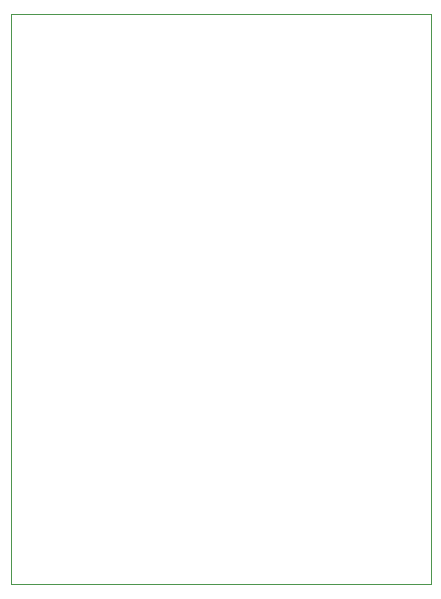
<source format=gbr>
%TF.GenerationSoftware,KiCad,Pcbnew,(5.1.10)-1*%
%TF.CreationDate,2021-12-23T09:49:10-08:00*%
%TF.ProjectId,ats-remote,6174732d-7265-46d6-9f74-652e6b696361,rev?*%
%TF.SameCoordinates,Original*%
%TF.FileFunction,Profile,NP*%
%FSLAX46Y46*%
G04 Gerber Fmt 4.6, Leading zero omitted, Abs format (unit mm)*
G04 Created by KiCad (PCBNEW (5.1.10)-1) date 2021-12-23 09:49:10*
%MOMM*%
%LPD*%
G01*
G04 APERTURE LIST*
%TA.AperFunction,Profile*%
%ADD10C,0.050000*%
%TD*%
G04 APERTURE END LIST*
D10*
X139700000Y-123190000D02*
X175260000Y-123190000D01*
X139700000Y-74930000D02*
X139700000Y-123190000D01*
X175260000Y-74930000D02*
X139700000Y-74930000D01*
X175260000Y-123190000D02*
X175260000Y-74930000D01*
M02*

</source>
